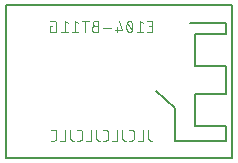
<source format=gbr>
G04 EAGLE Gerber RS-274X export*
G75*
%MOMM*%
%FSLAX34Y34*%
%LPD*%
%INSilkscreen Bottom*%
%IPPOS*%
%AMOC8*
5,1,8,0,0,1.08239X$1,22.5*%
G01*
%ADD10C,0.076200*%
%ADD11C,0.127000*%


D10*
X400174Y58704D02*
X400174Y51394D01*
X400176Y51305D01*
X400182Y51217D01*
X400191Y51129D01*
X400204Y51041D01*
X400221Y50954D01*
X400241Y50868D01*
X400266Y50783D01*
X400293Y50698D01*
X400325Y50615D01*
X400359Y50534D01*
X400398Y50454D01*
X400439Y50376D01*
X400484Y50299D01*
X400532Y50225D01*
X400583Y50152D01*
X400637Y50082D01*
X400695Y50015D01*
X400755Y49949D01*
X400817Y49887D01*
X400883Y49827D01*
X400950Y49769D01*
X401020Y49715D01*
X401093Y49664D01*
X401167Y49616D01*
X401244Y49571D01*
X401322Y49530D01*
X401402Y49491D01*
X401483Y49457D01*
X401566Y49425D01*
X401651Y49398D01*
X401736Y49373D01*
X401822Y49353D01*
X401909Y49336D01*
X401997Y49323D01*
X402085Y49314D01*
X402173Y49308D01*
X402262Y49306D01*
X403307Y49306D01*
X395660Y49306D02*
X395660Y58704D01*
X395660Y49306D02*
X391483Y49306D01*
X385995Y49306D02*
X383906Y49306D01*
X385995Y49306D02*
X386084Y49308D01*
X386172Y49314D01*
X386260Y49323D01*
X386348Y49336D01*
X386435Y49353D01*
X386521Y49373D01*
X386606Y49398D01*
X386691Y49425D01*
X386774Y49457D01*
X386855Y49491D01*
X386935Y49530D01*
X387013Y49571D01*
X387090Y49616D01*
X387164Y49664D01*
X387237Y49715D01*
X387307Y49769D01*
X387374Y49827D01*
X387440Y49887D01*
X387502Y49949D01*
X387562Y50015D01*
X387620Y50082D01*
X387674Y50152D01*
X387725Y50225D01*
X387773Y50299D01*
X387818Y50376D01*
X387859Y50454D01*
X387898Y50534D01*
X387932Y50615D01*
X387964Y50698D01*
X387991Y50783D01*
X388016Y50868D01*
X388036Y50954D01*
X388053Y51041D01*
X388066Y51129D01*
X388075Y51217D01*
X388081Y51305D01*
X388083Y51394D01*
X388083Y56616D01*
X388081Y56705D01*
X388075Y56793D01*
X388066Y56881D01*
X388053Y56969D01*
X388036Y57056D01*
X388016Y57142D01*
X387991Y57227D01*
X387964Y57312D01*
X387932Y57395D01*
X387898Y57476D01*
X387859Y57556D01*
X387818Y57634D01*
X387773Y57711D01*
X387725Y57785D01*
X387674Y57858D01*
X387620Y57928D01*
X387562Y57995D01*
X387502Y58061D01*
X387440Y58123D01*
X387374Y58183D01*
X387307Y58241D01*
X387237Y58295D01*
X387164Y58346D01*
X387090Y58394D01*
X387013Y58439D01*
X386935Y58480D01*
X386855Y58519D01*
X386774Y58553D01*
X386691Y58585D01*
X386606Y58612D01*
X386521Y58637D01*
X386435Y58657D01*
X386348Y58674D01*
X386260Y58687D01*
X386172Y58696D01*
X386084Y58702D01*
X385995Y58704D01*
X383906Y58704D01*
X378228Y58704D02*
X378228Y51394D01*
X378229Y51394D02*
X378231Y51305D01*
X378237Y51217D01*
X378246Y51129D01*
X378259Y51041D01*
X378276Y50954D01*
X378296Y50868D01*
X378321Y50783D01*
X378348Y50698D01*
X378380Y50615D01*
X378414Y50534D01*
X378453Y50454D01*
X378494Y50376D01*
X378539Y50299D01*
X378587Y50225D01*
X378638Y50152D01*
X378692Y50082D01*
X378750Y50015D01*
X378810Y49949D01*
X378872Y49887D01*
X378938Y49827D01*
X379005Y49769D01*
X379075Y49715D01*
X379148Y49664D01*
X379222Y49616D01*
X379299Y49571D01*
X379377Y49530D01*
X379457Y49491D01*
X379538Y49457D01*
X379621Y49425D01*
X379706Y49398D01*
X379791Y49373D01*
X379877Y49353D01*
X379964Y49336D01*
X380052Y49323D01*
X380140Y49314D01*
X380228Y49308D01*
X380317Y49306D01*
X381361Y49306D01*
X373714Y49306D02*
X373714Y58704D01*
X373714Y49306D02*
X369538Y49306D01*
X364049Y49306D02*
X361961Y49306D01*
X364049Y49306D02*
X364138Y49308D01*
X364226Y49314D01*
X364314Y49323D01*
X364402Y49336D01*
X364489Y49353D01*
X364575Y49373D01*
X364660Y49398D01*
X364745Y49425D01*
X364828Y49457D01*
X364909Y49491D01*
X364989Y49530D01*
X365067Y49571D01*
X365144Y49616D01*
X365218Y49664D01*
X365291Y49715D01*
X365361Y49769D01*
X365428Y49827D01*
X365494Y49887D01*
X365556Y49949D01*
X365616Y50015D01*
X365674Y50082D01*
X365728Y50152D01*
X365779Y50225D01*
X365827Y50299D01*
X365872Y50376D01*
X365913Y50454D01*
X365952Y50534D01*
X365986Y50615D01*
X366018Y50698D01*
X366045Y50783D01*
X366070Y50868D01*
X366090Y50954D01*
X366107Y51041D01*
X366120Y51129D01*
X366129Y51217D01*
X366135Y51305D01*
X366137Y51394D01*
X366138Y51394D02*
X366138Y56616D01*
X366137Y56616D02*
X366135Y56705D01*
X366129Y56793D01*
X366120Y56881D01*
X366107Y56969D01*
X366090Y57056D01*
X366070Y57142D01*
X366045Y57227D01*
X366018Y57312D01*
X365986Y57395D01*
X365952Y57476D01*
X365913Y57556D01*
X365872Y57634D01*
X365827Y57711D01*
X365779Y57785D01*
X365728Y57858D01*
X365674Y57928D01*
X365616Y57995D01*
X365556Y58061D01*
X365494Y58123D01*
X365428Y58183D01*
X365361Y58241D01*
X365291Y58295D01*
X365218Y58346D01*
X365144Y58394D01*
X365067Y58439D01*
X364989Y58480D01*
X364909Y58519D01*
X364828Y58553D01*
X364745Y58585D01*
X364660Y58612D01*
X364575Y58637D01*
X364489Y58657D01*
X364402Y58674D01*
X364314Y58687D01*
X364226Y58696D01*
X364138Y58702D01*
X364049Y58704D01*
X361961Y58704D01*
X356283Y58704D02*
X356283Y51394D01*
X356285Y51305D01*
X356291Y51217D01*
X356300Y51129D01*
X356313Y51041D01*
X356330Y50954D01*
X356350Y50868D01*
X356375Y50783D01*
X356402Y50698D01*
X356434Y50615D01*
X356468Y50534D01*
X356507Y50454D01*
X356548Y50376D01*
X356593Y50299D01*
X356641Y50225D01*
X356692Y50152D01*
X356746Y50082D01*
X356804Y50015D01*
X356864Y49949D01*
X356926Y49887D01*
X356992Y49827D01*
X357059Y49769D01*
X357129Y49715D01*
X357202Y49664D01*
X357276Y49616D01*
X357353Y49571D01*
X357431Y49530D01*
X357511Y49491D01*
X357592Y49457D01*
X357675Y49425D01*
X357760Y49398D01*
X357845Y49373D01*
X357931Y49353D01*
X358018Y49336D01*
X358106Y49323D01*
X358194Y49314D01*
X358282Y49308D01*
X358371Y49306D01*
X359416Y49306D01*
X351769Y49306D02*
X351769Y58704D01*
X351769Y49306D02*
X347592Y49306D01*
X342104Y49306D02*
X340015Y49306D01*
X342104Y49306D02*
X342193Y49308D01*
X342281Y49314D01*
X342369Y49323D01*
X342457Y49336D01*
X342544Y49353D01*
X342630Y49373D01*
X342715Y49398D01*
X342800Y49425D01*
X342883Y49457D01*
X342964Y49491D01*
X343044Y49530D01*
X343122Y49571D01*
X343199Y49616D01*
X343273Y49664D01*
X343346Y49715D01*
X343416Y49769D01*
X343483Y49827D01*
X343549Y49887D01*
X343611Y49949D01*
X343671Y50015D01*
X343729Y50082D01*
X343783Y50152D01*
X343834Y50225D01*
X343882Y50299D01*
X343927Y50376D01*
X343968Y50454D01*
X344007Y50534D01*
X344041Y50615D01*
X344073Y50698D01*
X344100Y50783D01*
X344125Y50868D01*
X344145Y50954D01*
X344162Y51041D01*
X344175Y51129D01*
X344184Y51217D01*
X344190Y51305D01*
X344192Y51394D01*
X344192Y56616D01*
X344190Y56705D01*
X344184Y56793D01*
X344175Y56881D01*
X344162Y56969D01*
X344145Y57056D01*
X344125Y57142D01*
X344100Y57227D01*
X344073Y57312D01*
X344041Y57395D01*
X344007Y57476D01*
X343968Y57556D01*
X343927Y57634D01*
X343882Y57711D01*
X343834Y57785D01*
X343783Y57858D01*
X343729Y57928D01*
X343671Y57995D01*
X343611Y58061D01*
X343549Y58123D01*
X343483Y58183D01*
X343416Y58241D01*
X343346Y58295D01*
X343273Y58346D01*
X343199Y58394D01*
X343122Y58439D01*
X343044Y58480D01*
X342964Y58519D01*
X342883Y58553D01*
X342800Y58585D01*
X342715Y58612D01*
X342630Y58637D01*
X342544Y58657D01*
X342457Y58674D01*
X342369Y58687D01*
X342281Y58696D01*
X342193Y58702D01*
X342104Y58704D01*
X340015Y58704D01*
X334337Y58704D02*
X334337Y51394D01*
X334338Y51394D02*
X334340Y51305D01*
X334346Y51217D01*
X334355Y51129D01*
X334368Y51041D01*
X334385Y50954D01*
X334405Y50868D01*
X334430Y50783D01*
X334457Y50698D01*
X334489Y50615D01*
X334523Y50534D01*
X334562Y50454D01*
X334603Y50376D01*
X334648Y50299D01*
X334696Y50225D01*
X334747Y50152D01*
X334801Y50082D01*
X334859Y50015D01*
X334919Y49949D01*
X334981Y49887D01*
X335047Y49827D01*
X335114Y49769D01*
X335184Y49715D01*
X335257Y49664D01*
X335331Y49616D01*
X335408Y49571D01*
X335486Y49530D01*
X335566Y49491D01*
X335647Y49457D01*
X335730Y49425D01*
X335815Y49398D01*
X335900Y49373D01*
X335986Y49353D01*
X336073Y49336D01*
X336161Y49323D01*
X336249Y49314D01*
X336337Y49308D01*
X336426Y49306D01*
X337470Y49306D01*
X329824Y49306D02*
X329824Y58704D01*
X329824Y49306D02*
X325647Y49306D01*
X320158Y49306D02*
X318070Y49306D01*
X320158Y49306D02*
X320247Y49308D01*
X320335Y49314D01*
X320423Y49323D01*
X320511Y49336D01*
X320598Y49353D01*
X320684Y49373D01*
X320769Y49398D01*
X320854Y49425D01*
X320937Y49457D01*
X321018Y49491D01*
X321098Y49530D01*
X321176Y49571D01*
X321253Y49616D01*
X321327Y49664D01*
X321400Y49715D01*
X321470Y49769D01*
X321537Y49827D01*
X321603Y49887D01*
X321665Y49949D01*
X321725Y50015D01*
X321783Y50082D01*
X321837Y50152D01*
X321888Y50225D01*
X321936Y50299D01*
X321981Y50376D01*
X322022Y50454D01*
X322061Y50534D01*
X322095Y50615D01*
X322127Y50698D01*
X322154Y50783D01*
X322179Y50868D01*
X322199Y50954D01*
X322216Y51041D01*
X322229Y51129D01*
X322238Y51217D01*
X322244Y51305D01*
X322246Y51394D01*
X322247Y51394D02*
X322247Y56616D01*
X322246Y56616D02*
X322244Y56705D01*
X322238Y56793D01*
X322229Y56881D01*
X322216Y56969D01*
X322199Y57056D01*
X322179Y57142D01*
X322154Y57227D01*
X322127Y57312D01*
X322095Y57395D01*
X322061Y57476D01*
X322022Y57556D01*
X321981Y57634D01*
X321936Y57711D01*
X321888Y57785D01*
X321837Y57858D01*
X321783Y57928D01*
X321725Y57995D01*
X321665Y58061D01*
X321603Y58123D01*
X321537Y58183D01*
X321470Y58241D01*
X321400Y58295D01*
X321327Y58346D01*
X321253Y58394D01*
X321176Y58439D01*
X321098Y58480D01*
X321018Y58519D01*
X320937Y58553D01*
X320854Y58585D01*
X320769Y58612D01*
X320684Y58637D01*
X320598Y58657D01*
X320511Y58674D01*
X320423Y58687D01*
X320335Y58696D01*
X320247Y58702D01*
X320158Y58704D01*
X318070Y58704D01*
X399430Y141206D02*
X403607Y141206D01*
X403607Y150604D01*
X399430Y150604D01*
X400474Y146427D02*
X403607Y146427D01*
X396004Y148516D02*
X393394Y150604D01*
X393394Y141206D01*
X396004Y141206D02*
X390783Y141206D01*
X386860Y145905D02*
X386858Y146090D01*
X386851Y146275D01*
X386840Y146459D01*
X386825Y146643D01*
X386805Y146827D01*
X386781Y147011D01*
X386752Y147193D01*
X386719Y147375D01*
X386682Y147556D01*
X386640Y147736D01*
X386594Y147916D01*
X386544Y148094D01*
X386490Y148270D01*
X386431Y148446D01*
X386369Y148620D01*
X386302Y148792D01*
X386231Y148963D01*
X386156Y149132D01*
X386077Y149299D01*
X386078Y149299D02*
X386048Y149379D01*
X386015Y149458D01*
X385978Y149535D01*
X385938Y149611D01*
X385895Y149685D01*
X385849Y149757D01*
X385799Y149826D01*
X385747Y149894D01*
X385691Y149959D01*
X385633Y150022D01*
X385571Y150081D01*
X385508Y150139D01*
X385441Y150193D01*
X385373Y150244D01*
X385302Y150292D01*
X385229Y150337D01*
X385155Y150379D01*
X385078Y150417D01*
X385000Y150452D01*
X384921Y150484D01*
X384840Y150512D01*
X384758Y150536D01*
X384674Y150557D01*
X384591Y150574D01*
X384506Y150587D01*
X384421Y150596D01*
X384336Y150602D01*
X384250Y150604D01*
X384164Y150602D01*
X384079Y150596D01*
X383994Y150587D01*
X383909Y150574D01*
X383826Y150557D01*
X383742Y150536D01*
X383660Y150512D01*
X383580Y150484D01*
X383500Y150452D01*
X383422Y150417D01*
X383345Y150379D01*
X383271Y150337D01*
X383198Y150292D01*
X383127Y150244D01*
X383059Y150193D01*
X382992Y150139D01*
X382929Y150081D01*
X382868Y150022D01*
X382809Y149959D01*
X382754Y149894D01*
X382701Y149826D01*
X382651Y149757D01*
X382605Y149685D01*
X382562Y149611D01*
X382522Y149535D01*
X382485Y149458D01*
X382452Y149379D01*
X382422Y149299D01*
X382343Y149132D01*
X382268Y148963D01*
X382197Y148792D01*
X382130Y148620D01*
X382068Y148446D01*
X382009Y148270D01*
X381955Y148094D01*
X381905Y147916D01*
X381859Y147736D01*
X381817Y147556D01*
X381780Y147375D01*
X381747Y147193D01*
X381718Y147011D01*
X381694Y146827D01*
X381674Y146643D01*
X381659Y146459D01*
X381648Y146275D01*
X381641Y146090D01*
X381639Y145905D01*
X386860Y145905D02*
X386858Y145720D01*
X386851Y145535D01*
X386840Y145351D01*
X386825Y145167D01*
X386805Y144983D01*
X386781Y144799D01*
X386752Y144617D01*
X386719Y144435D01*
X386682Y144254D01*
X386640Y144074D01*
X386594Y143894D01*
X386544Y143716D01*
X386490Y143540D01*
X386431Y143364D01*
X386369Y143190D01*
X386302Y143018D01*
X386231Y142847D01*
X386156Y142678D01*
X386077Y142511D01*
X386078Y142511D02*
X386048Y142431D01*
X386015Y142352D01*
X385978Y142275D01*
X385938Y142199D01*
X385895Y142125D01*
X385849Y142053D01*
X385799Y141984D01*
X385746Y141916D01*
X385691Y141851D01*
X385632Y141788D01*
X385571Y141729D01*
X385508Y141671D01*
X385441Y141617D01*
X385373Y141566D01*
X385302Y141518D01*
X385229Y141473D01*
X385155Y141431D01*
X385078Y141393D01*
X385000Y141358D01*
X384921Y141326D01*
X384840Y141298D01*
X384758Y141274D01*
X384674Y141253D01*
X384591Y141236D01*
X384506Y141223D01*
X384421Y141214D01*
X384336Y141208D01*
X384250Y141206D01*
X382422Y142511D02*
X382343Y142678D01*
X382268Y142847D01*
X382197Y143018D01*
X382130Y143190D01*
X382068Y143364D01*
X382009Y143540D01*
X381955Y143716D01*
X381905Y143894D01*
X381859Y144074D01*
X381817Y144254D01*
X381780Y144435D01*
X381747Y144617D01*
X381718Y144799D01*
X381694Y144983D01*
X381674Y145167D01*
X381659Y145351D01*
X381648Y145535D01*
X381641Y145720D01*
X381639Y145905D01*
X382422Y142511D02*
X382452Y142431D01*
X382485Y142352D01*
X382522Y142275D01*
X382562Y142199D01*
X382605Y142125D01*
X382651Y142053D01*
X382701Y141984D01*
X382754Y141916D01*
X382809Y141851D01*
X382868Y141788D01*
X382929Y141729D01*
X382992Y141671D01*
X383059Y141617D01*
X383127Y141566D01*
X383198Y141518D01*
X383271Y141473D01*
X383345Y141431D01*
X383422Y141393D01*
X383500Y141358D01*
X383580Y141326D01*
X383660Y141298D01*
X383742Y141274D01*
X383826Y141253D01*
X383909Y141236D01*
X383994Y141223D01*
X384079Y141214D01*
X384164Y141208D01*
X384250Y141206D01*
X386338Y143294D02*
X382161Y148516D01*
X377716Y143294D02*
X375628Y150604D01*
X377716Y143294D02*
X372495Y143294D01*
X374061Y145383D02*
X374061Y141206D01*
X368485Y144861D02*
X362219Y144861D01*
X357773Y146427D02*
X355162Y146427D01*
X355162Y146428D02*
X355061Y146426D01*
X354960Y146420D01*
X354859Y146410D01*
X354759Y146397D01*
X354659Y146379D01*
X354560Y146358D01*
X354462Y146332D01*
X354365Y146303D01*
X354269Y146271D01*
X354175Y146234D01*
X354082Y146194D01*
X353990Y146150D01*
X353901Y146103D01*
X353813Y146052D01*
X353727Y145998D01*
X353644Y145941D01*
X353562Y145881D01*
X353484Y145817D01*
X353407Y145751D01*
X353334Y145681D01*
X353263Y145609D01*
X353195Y145534D01*
X353130Y145456D01*
X353068Y145376D01*
X353009Y145294D01*
X352953Y145209D01*
X352901Y145123D01*
X352852Y145034D01*
X352806Y144943D01*
X352765Y144851D01*
X352726Y144757D01*
X352692Y144662D01*
X352661Y144566D01*
X352634Y144468D01*
X352610Y144370D01*
X352591Y144270D01*
X352575Y144170D01*
X352563Y144070D01*
X352555Y143969D01*
X352551Y143868D01*
X352551Y143766D01*
X352555Y143665D01*
X352563Y143564D01*
X352575Y143464D01*
X352591Y143364D01*
X352610Y143264D01*
X352634Y143166D01*
X352661Y143068D01*
X352692Y142972D01*
X352726Y142877D01*
X352765Y142783D01*
X352806Y142691D01*
X352852Y142600D01*
X352901Y142512D01*
X352953Y142425D01*
X353009Y142340D01*
X353068Y142258D01*
X353130Y142178D01*
X353195Y142100D01*
X353263Y142025D01*
X353334Y141953D01*
X353407Y141883D01*
X353484Y141817D01*
X353562Y141753D01*
X353644Y141693D01*
X353727Y141636D01*
X353813Y141582D01*
X353901Y141531D01*
X353990Y141484D01*
X354082Y141440D01*
X354175Y141400D01*
X354269Y141363D01*
X354365Y141331D01*
X354462Y141302D01*
X354560Y141276D01*
X354659Y141255D01*
X354759Y141237D01*
X354859Y141224D01*
X354960Y141214D01*
X355061Y141208D01*
X355162Y141206D01*
X357773Y141206D01*
X357773Y150604D01*
X355162Y150604D01*
X355072Y150602D01*
X354983Y150596D01*
X354893Y150587D01*
X354804Y150573D01*
X354716Y150556D01*
X354629Y150535D01*
X354542Y150510D01*
X354457Y150481D01*
X354373Y150449D01*
X354291Y150414D01*
X354210Y150374D01*
X354131Y150332D01*
X354054Y150286D01*
X353979Y150236D01*
X353906Y150184D01*
X353835Y150128D01*
X353767Y150070D01*
X353702Y150008D01*
X353639Y149944D01*
X353579Y149877D01*
X353522Y149808D01*
X353468Y149736D01*
X353417Y149662D01*
X353369Y149586D01*
X353325Y149508D01*
X353284Y149428D01*
X353246Y149346D01*
X353212Y149263D01*
X353182Y149178D01*
X353155Y149092D01*
X353132Y149006D01*
X353113Y148918D01*
X353098Y148829D01*
X353086Y148740D01*
X353078Y148651D01*
X353074Y148561D01*
X353074Y148471D01*
X353078Y148381D01*
X353086Y148292D01*
X353098Y148203D01*
X353113Y148114D01*
X353132Y148026D01*
X353155Y147940D01*
X353182Y147854D01*
X353212Y147769D01*
X353246Y147686D01*
X353284Y147604D01*
X353325Y147524D01*
X353369Y147446D01*
X353417Y147370D01*
X353468Y147296D01*
X353522Y147224D01*
X353579Y147155D01*
X353639Y147088D01*
X353702Y147024D01*
X353767Y146962D01*
X353835Y146904D01*
X353906Y146848D01*
X353979Y146796D01*
X354054Y146746D01*
X354131Y146700D01*
X354210Y146658D01*
X354291Y146618D01*
X354373Y146583D01*
X354457Y146551D01*
X354542Y146522D01*
X354629Y146497D01*
X354716Y146476D01*
X354804Y146459D01*
X354893Y146445D01*
X354983Y146436D01*
X355072Y146430D01*
X355162Y146428D01*
X347064Y150604D02*
X347064Y141206D01*
X349675Y150604D02*
X344453Y150604D01*
X341140Y148516D02*
X338530Y150604D01*
X338530Y141206D01*
X341140Y141206D02*
X335919Y141206D01*
X331996Y148516D02*
X329386Y150604D01*
X329386Y141206D01*
X331996Y141206D02*
X326775Y141206D01*
X318893Y146427D02*
X317326Y146427D01*
X317326Y141206D01*
X320459Y141206D01*
X320548Y141208D01*
X320636Y141214D01*
X320724Y141223D01*
X320812Y141236D01*
X320899Y141253D01*
X320985Y141273D01*
X321070Y141298D01*
X321155Y141325D01*
X321238Y141357D01*
X321319Y141391D01*
X321399Y141430D01*
X321477Y141471D01*
X321554Y141516D01*
X321628Y141564D01*
X321701Y141615D01*
X321771Y141669D01*
X321838Y141727D01*
X321904Y141787D01*
X321966Y141849D01*
X322026Y141915D01*
X322084Y141982D01*
X322138Y142052D01*
X322189Y142125D01*
X322237Y142199D01*
X322282Y142276D01*
X322323Y142354D01*
X322362Y142434D01*
X322396Y142515D01*
X322428Y142598D01*
X322455Y142683D01*
X322480Y142768D01*
X322500Y142854D01*
X322517Y142941D01*
X322530Y143029D01*
X322539Y143117D01*
X322545Y143205D01*
X322547Y143294D01*
X322547Y148516D01*
X322545Y148605D01*
X322539Y148693D01*
X322530Y148781D01*
X322517Y148869D01*
X322500Y148956D01*
X322480Y149042D01*
X322455Y149127D01*
X322428Y149212D01*
X322396Y149295D01*
X322362Y149376D01*
X322323Y149456D01*
X322282Y149534D01*
X322237Y149611D01*
X322189Y149685D01*
X322138Y149758D01*
X322084Y149828D01*
X322026Y149895D01*
X321966Y149961D01*
X321904Y150023D01*
X321838Y150083D01*
X321771Y150141D01*
X321701Y150195D01*
X321628Y150246D01*
X321554Y150294D01*
X321477Y150339D01*
X321399Y150380D01*
X321319Y150419D01*
X321238Y150453D01*
X321155Y150485D01*
X321070Y150512D01*
X320985Y150537D01*
X320899Y150557D01*
X320812Y150574D01*
X320724Y150587D01*
X320636Y150596D01*
X320548Y150602D01*
X320459Y150604D01*
X317326Y150604D01*
D11*
X280169Y164271D02*
X470799Y164271D01*
X470799Y34301D01*
X280169Y34301D01*
X435879Y149191D02*
X465879Y149191D01*
X465879Y139191D01*
X439679Y139191D01*
X439679Y112491D01*
X439779Y112691D02*
X465879Y112691D01*
X465879Y88961D01*
X439779Y88961D01*
X439779Y61881D01*
X465879Y61881D01*
X465879Y49281D01*
X423279Y49281D01*
X423279Y76801D01*
X406679Y91301D01*
X280169Y34301D02*
X280169Y164271D01*
M02*

</source>
